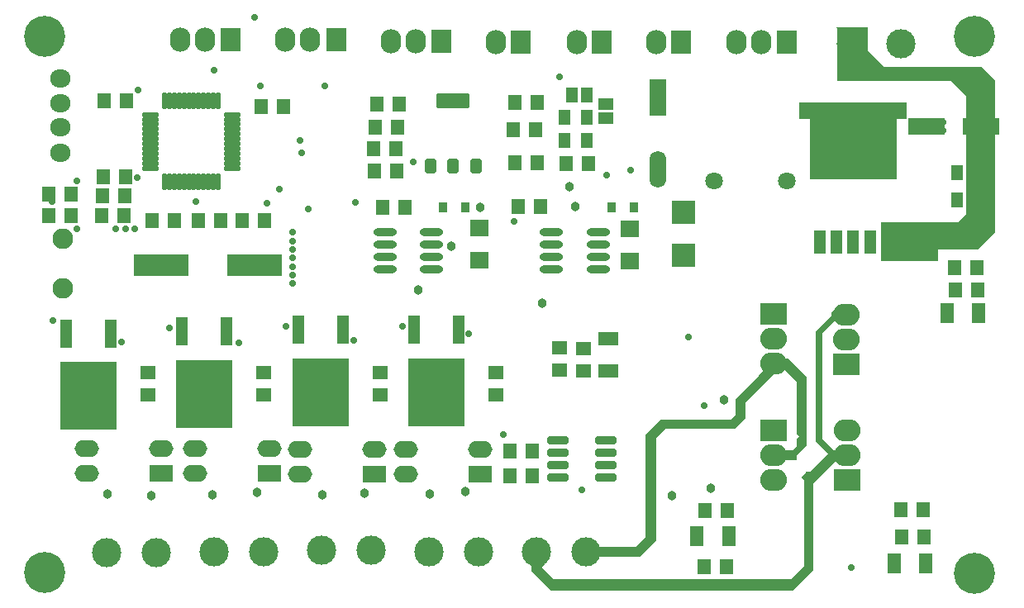
<source format=gts>
G04*
G04 #@! TF.GenerationSoftware,Altium Limited,Altium Designer,18.1.6 (161)*
G04*
G04 Layer_Color=8388736*
%FSTAX24Y24*%
%MOIN*%
G70*
G01*
G75*
%ADD13C,0.0100*%
G04:AMPARAMS|DCode=44|XSize=19mil|YSize=69.4mil|CornerRadius=6.8mil|HoleSize=0mil|Usage=FLASHONLY|Rotation=90.000|XOffset=0mil|YOffset=0mil|HoleType=Round|Shape=RoundedRectangle|*
%AMROUNDEDRECTD44*
21,1,0.0190,0.0559,0,0,90.0*
21,1,0.0055,0.0694,0,0,90.0*
1,1,0.0135,0.0280,0.0028*
1,1,0.0135,0.0280,-0.0028*
1,1,0.0135,-0.0280,-0.0028*
1,1,0.0135,-0.0280,0.0028*
%
%ADD44ROUNDEDRECTD44*%
G04:AMPARAMS|DCode=45|XSize=19mil|YSize=69.4mil|CornerRadius=6.8mil|HoleSize=0mil|Usage=FLASHONLY|Rotation=180.000|XOffset=0mil|YOffset=0mil|HoleType=Round|Shape=RoundedRectangle|*
%AMROUNDEDRECTD45*
21,1,0.0190,0.0559,0,0,180.0*
21,1,0.0055,0.0694,0,0,180.0*
1,1,0.0135,-0.0028,0.0280*
1,1,0.0135,0.0028,0.0280*
1,1,0.0135,0.0028,-0.0280*
1,1,0.0135,-0.0028,-0.0280*
%
%ADD45ROUNDEDRECTD45*%
%ADD46R,0.0926X0.0946*%
%ADD47R,0.0671X0.1480*%
%ADD48O,0.0671X0.1480*%
%ADD49R,0.1458X0.0710*%
%ADD50R,0.0580X0.0630*%
%ADD51R,0.0572X0.0808*%
%ADD52R,0.0513X0.0631*%
%ADD53R,0.0730X0.0680*%
%ADD54R,0.2245X0.0867*%
%ADD55R,0.0808X0.0572*%
%ADD56R,0.0630X0.0580*%
%ADD57R,0.0326X0.0407*%
%ADD58O,0.0946X0.0316*%
%ADD59R,0.0474X0.0630*%
G04:AMPARAMS|DCode=60|XSize=85.6mil|YSize=31.6mil|CornerRadius=7mil|HoleSize=0mil|Usage=FLASHONLY|Rotation=180.000|XOffset=0mil|YOffset=0mil|HoleType=Round|Shape=RoundedRectangle|*
%AMROUNDEDRECTD60*
21,1,0.0856,0.0177,0,0,180.0*
21,1,0.0717,0.0316,0,0,180.0*
1,1,0.0139,-0.0358,0.0089*
1,1,0.0139,0.0358,0.0089*
1,1,0.0139,0.0358,-0.0089*
1,1,0.0139,-0.0358,-0.0089*
%
%ADD60ROUNDEDRECTD60*%
%ADD61R,0.0462X0.1159*%
%ADD62R,0.2312X0.2745*%
G04:AMPARAMS|DCode=63|XSize=44.6mil|YSize=59.6mil|CornerRadius=6.7mil|HoleSize=0mil|Usage=FLASHONLY|Rotation=0.000|XOffset=0mil|YOffset=0mil|HoleType=Round|Shape=RoundedRectangle|*
%AMROUNDEDRECTD63*
21,1,0.0446,0.0461,0,0,0.0*
21,1,0.0311,0.0596,0,0,0.0*
1,1,0.0135,0.0156,-0.0230*
1,1,0.0135,-0.0156,-0.0230*
1,1,0.0135,-0.0156,0.0230*
1,1,0.0135,0.0156,0.0230*
%
%ADD63ROUNDEDRECTD63*%
G04:AMPARAMS|DCode=64|XSize=135.6mil|YSize=59.6mil|CornerRadius=7.9mil|HoleSize=0mil|Usage=FLASHONLY|Rotation=0.000|XOffset=0mil|YOffset=0mil|HoleType=Round|Shape=RoundedRectangle|*
%AMROUNDEDRECTD64*
21,1,0.1356,0.0438,0,0,0.0*
21,1,0.1198,0.0596,0,0,0.0*
1,1,0.0157,0.0599,-0.0219*
1,1,0.0157,-0.0599,-0.0219*
1,1,0.0157,-0.0599,0.0219*
1,1,0.0157,0.0599,0.0219*
%
%ADD64ROUNDEDRECTD64*%
%ADD65R,0.0501X0.0930*%
%ADD66R,0.0631X0.0513*%
%ADD67C,0.0710*%
%ADD68C,0.1180*%
%ADD69C,0.0830*%
%ADD70R,0.1080X0.0880*%
%ADD71O,0.1080X0.0880*%
%ADD72O,0.0830X0.0730*%
%ADD73O,0.0830X0.0980*%
%ADD74R,0.0830X0.0980*%
%ADD75R,0.0980X0.0680*%
%ADD76O,0.0980X0.0680*%
%ADD77C,0.0380*%
%ADD78C,0.0280*%
%ADD79C,0.1655*%
G36*
X045669Y029311D02*
X045256D01*
Y02687D01*
X041752D01*
Y029311D01*
X041339D01*
Y029968D01*
X045669D01*
Y029311D01*
D02*
G37*
G36*
X044085Y03208D02*
X044748Y031417D01*
X048681D01*
X049213Y030886D01*
Y024724D01*
X048528Y02404D01*
X046929Y02404D01*
X046934Y024035D01*
Y023568D01*
X044621D01*
Y025133D01*
X047722D01*
X048071Y025482D01*
X048071Y030246D01*
X047461Y030856D01*
X043939Y030856D01*
X042846D01*
Y032961D01*
X042815Y032992D01*
X042887Y033012D01*
X044085D01*
Y03208D01*
D02*
G37*
G36*
X041614Y018906D02*
Y016132D01*
X041235Y015753D01*
X041235Y015551D01*
X040439Y015551D01*
X040187Y015551D01*
X040118Y01562D01*
X040098Y015669D01*
Y015837D01*
X040207Y015945D01*
X041088D01*
X041235Y016093D01*
Y016393D01*
X041339Y016496D01*
X041235Y016599D01*
Y018194D01*
X041235Y018696D01*
X04065Y019281D01*
X040531D01*
X040305Y019055D01*
Y019006D01*
X039154Y017854D01*
Y017215D01*
X03873Y016791D01*
X03872Y016801D01*
X035906D01*
Y016799D01*
X035551Y016444D01*
Y012638D01*
X03554Y012627D01*
Y012302D01*
X034892Y011654D01*
X033258D01*
X033189Y011585D01*
X032589D01*
X032382Y011791D01*
Y011988D01*
X032589D01*
X032697Y012096D01*
X032746Y012047D01*
X034734D01*
X035118Y012431D01*
Y01656D01*
X035743Y017185D01*
X038563D01*
X03876Y017382D01*
Y018022D01*
X039675Y018937D01*
Y018976D01*
X040044Y019345D01*
Y019414D01*
X03997Y019488D01*
X040118Y019636D01*
X040246D01*
X040285Y019646D01*
X040874D01*
X041614Y018906D01*
D02*
G37*
G36*
X043376Y021585D02*
X043425D01*
Y02127D01*
X043435Y02126D01*
X043327Y021152D01*
X042736D01*
Y021132D01*
X042352Y020748D01*
X042323D01*
Y020738D01*
X042254Y020669D01*
X042254Y016398D01*
X042697Y015955D01*
X043248D01*
X043346Y016053D01*
X043376Y016024D01*
X043573D01*
X043642Y015955D01*
X043612Y015925D01*
Y015413D01*
X042923D01*
X042815Y015522D01*
X0419Y014606D01*
Y011191D01*
X0419Y011122D01*
X041063Y010285D01*
X031314D01*
X030516Y011083D01*
Y011974D01*
X030502Y011988D01*
Y012195D01*
X030748D01*
X030778Y012224D01*
X030955Y012047D01*
X031043D01*
Y011339D01*
X030925Y01122D01*
X031218Y010927D01*
X031129Y011014D01*
X031391Y010751D01*
X031395D01*
X031496Y01065D01*
X031506D01*
X031401Y010751D01*
X031395D01*
X031218Y010927D01*
X031401Y010751D01*
X039892D01*
X040982Y010751D01*
X041514Y011283D01*
X041514Y014734D01*
X041407Y014841D01*
X041595Y015028D01*
Y015069D01*
X041772Y015069D01*
X0425Y015797D01*
X041995Y016302D01*
Y018213D01*
X041995Y020726D01*
X042608Y021339D01*
X042608Y021486D01*
X042795Y021673D01*
X043287D01*
X043376Y021585D01*
D02*
G37*
D13*
X043425Y03188D02*
Y032343D01*
D44*
X015161Y027321D02*
D03*
Y027518D02*
D03*
Y027715D02*
D03*
Y027911D02*
D03*
Y028108D02*
D03*
Y028305D02*
D03*
Y028502D02*
D03*
Y028699D02*
D03*
Y028896D02*
D03*
Y029093D02*
D03*
Y029289D02*
D03*
Y029486D02*
D03*
X018452D02*
D03*
Y029289D02*
D03*
Y029093D02*
D03*
Y028896D02*
D03*
Y028699D02*
D03*
Y028502D02*
D03*
Y028305D02*
D03*
Y028108D02*
D03*
Y027911D02*
D03*
Y027715D02*
D03*
Y027518D02*
D03*
Y027321D02*
D03*
D45*
X015724Y030049D02*
D03*
X01592D02*
D03*
X016117D02*
D03*
X016314D02*
D03*
X016511D02*
D03*
X016708D02*
D03*
X016905D02*
D03*
X017102D02*
D03*
X017298D02*
D03*
X017495D02*
D03*
X017692D02*
D03*
X017889D02*
D03*
Y026758D02*
D03*
X017692D02*
D03*
X017495D02*
D03*
X017298D02*
D03*
X017102D02*
D03*
X016905D02*
D03*
X016708D02*
D03*
X016511D02*
D03*
X016314D02*
D03*
X016117D02*
D03*
X01592D02*
D03*
X015724D02*
D03*
D46*
X036663Y023799D02*
D03*
Y025531D02*
D03*
D47*
X03561Y03018D02*
D03*
D48*
Y02728D02*
D03*
D49*
X046467Y028996D02*
D03*
X048671D02*
D03*
D50*
X038396Y01125D02*
D03*
X037496D02*
D03*
X030548Y015893D02*
D03*
X029648D02*
D03*
X019761Y025207D02*
D03*
X018861D02*
D03*
X015233D02*
D03*
X016133D02*
D03*
X046341Y012452D02*
D03*
X045441D02*
D03*
X02452Y025748D02*
D03*
X02542D02*
D03*
X011069Y02626D02*
D03*
X011968D02*
D03*
X011046Y025413D02*
D03*
X011946D02*
D03*
X0171Y025197D02*
D03*
X018D02*
D03*
X029793Y028878D02*
D03*
X030693D02*
D03*
X029851Y029957D02*
D03*
X030751D02*
D03*
X02513Y028965D02*
D03*
X02423D02*
D03*
X030741Y027543D02*
D03*
X029841D02*
D03*
X032832Y02751D02*
D03*
X031932D02*
D03*
X01328Y03003D02*
D03*
X01418D02*
D03*
X013218Y026206D02*
D03*
X014118D02*
D03*
X047601Y023318D02*
D03*
X048501D02*
D03*
X047621Y022422D02*
D03*
X048521D02*
D03*
X025174Y029908D02*
D03*
X024274D02*
D03*
X020529Y029821D02*
D03*
X019629D02*
D03*
X013251Y026988D02*
D03*
X014151D02*
D03*
X030568Y014921D02*
D03*
X029668D02*
D03*
X03843Y013516D02*
D03*
X03753D02*
D03*
X014099Y025404D02*
D03*
X013199D02*
D03*
X030003Y025768D02*
D03*
X030903D02*
D03*
X025083Y027195D02*
D03*
X024183D02*
D03*
X025066Y0281D02*
D03*
X024166D02*
D03*
X046336Y013543D02*
D03*
X045436D02*
D03*
D51*
X037205Y012461D02*
D03*
X038484D02*
D03*
X04515Y011388D02*
D03*
X04643D02*
D03*
X047291Y021457D02*
D03*
X04857D02*
D03*
D52*
X032156Y030265D02*
D03*
X032746D02*
D03*
X047697Y026024D02*
D03*
X048287D02*
D03*
Y027136D02*
D03*
X047697D02*
D03*
D53*
X028425Y023592D02*
D03*
Y024892D02*
D03*
X034488Y023573D02*
D03*
Y024873D02*
D03*
D54*
X019341Y023415D02*
D03*
X0156D02*
D03*
D55*
X033622Y019144D02*
D03*
Y020423D02*
D03*
D56*
X032608Y020049D02*
D03*
Y019149D02*
D03*
X029081Y019057D02*
D03*
Y018157D02*
D03*
X024406Y019057D02*
D03*
Y018157D02*
D03*
X019731Y019057D02*
D03*
Y018157D02*
D03*
X015056Y019057D02*
D03*
Y018157D02*
D03*
X031644Y019164D02*
D03*
Y020064D02*
D03*
D57*
X033772Y025748D02*
D03*
X034648D02*
D03*
X02784Y025727D02*
D03*
X026964D02*
D03*
D58*
X033228Y023226D02*
D03*
Y023726D02*
D03*
Y024226D02*
D03*
Y024726D02*
D03*
X031339Y023226D02*
D03*
Y023726D02*
D03*
Y024226D02*
D03*
Y024726D02*
D03*
X024606D02*
D03*
Y024226D02*
D03*
Y023726D02*
D03*
Y023226D02*
D03*
X026496Y024726D02*
D03*
Y024226D02*
D03*
Y023726D02*
D03*
Y023226D02*
D03*
D59*
X031872Y028452D02*
D03*
X032772D02*
D03*
X031872Y029374D02*
D03*
X032772D02*
D03*
D60*
X03353Y014841D02*
D03*
Y015341D02*
D03*
Y015841D02*
D03*
Y016341D02*
D03*
X031581D02*
D03*
Y015841D02*
D03*
Y015341D02*
D03*
Y014841D02*
D03*
D61*
X0258Y020799D02*
D03*
X027603D02*
D03*
X021116D02*
D03*
X022919D02*
D03*
X016432Y020733D02*
D03*
X018235D02*
D03*
X011748Y020655D02*
D03*
X013551D02*
D03*
D62*
X026702Y018268D02*
D03*
X022018D02*
D03*
X017334Y018202D02*
D03*
X01265Y018123D02*
D03*
D63*
X02647Y027394D02*
D03*
X027372D02*
D03*
X028274D02*
D03*
D64*
X027372Y030028D02*
D03*
D65*
X042165Y02435D02*
D03*
X042835D02*
D03*
X043504D02*
D03*
X044173D02*
D03*
X044843D02*
D03*
D66*
X033514Y029915D02*
D03*
Y029324D02*
D03*
D67*
X037874Y026791D02*
D03*
X040827D02*
D03*
D68*
X032725Y01185D02*
D03*
X030725D02*
D03*
X028375Y011851D02*
D03*
X026375D02*
D03*
X043425Y032343D02*
D03*
X045425D02*
D03*
X024045Y01189D02*
D03*
X022045D02*
D03*
X019715Y011851D02*
D03*
X017715D02*
D03*
X015385Y011811D02*
D03*
X013385D02*
D03*
D69*
X011631Y022488D02*
D03*
Y024488D02*
D03*
D70*
X043248Y014748D02*
D03*
X040295Y016748D02*
D03*
X043209Y019409D02*
D03*
X040295Y021437D02*
D03*
D71*
X043248Y015748D02*
D03*
Y016748D02*
D03*
X040295Y015748D02*
D03*
Y014748D02*
D03*
X043209Y020409D02*
D03*
Y021409D02*
D03*
X040295Y020437D02*
D03*
Y019437D02*
D03*
D72*
X011535Y030956D02*
D03*
Y029946D02*
D03*
Y028966D02*
D03*
Y027956D02*
D03*
D73*
X038776Y0324D02*
D03*
X039776D02*
D03*
X03554D02*
D03*
X03235D02*
D03*
X0291Y032414D02*
D03*
X02585Y03245D02*
D03*
X02485D02*
D03*
X0206Y0325D02*
D03*
X0216D02*
D03*
X016352D02*
D03*
X017352D02*
D03*
D74*
X040826Y0324D02*
D03*
X03654D02*
D03*
X03335D02*
D03*
X0301Y032414D02*
D03*
X0269Y03245D02*
D03*
X02265Y0325D02*
D03*
X018402D02*
D03*
D75*
X028455Y014968D02*
D03*
X024205D02*
D03*
X019955Y015018D02*
D03*
X015605D02*
D03*
D76*
X028455Y015968D02*
D03*
X025455D02*
D03*
Y014968D02*
D03*
X024205Y015968D02*
D03*
X021205D02*
D03*
Y014968D02*
D03*
X019955Y016018D02*
D03*
X016955D02*
D03*
Y015018D02*
D03*
X015605Y016018D02*
D03*
X012605D02*
D03*
Y015018D02*
D03*
D77*
X030955Y02188D02*
D03*
X046594Y024055D02*
D03*
X046506Y024833D02*
D03*
X045187Y023986D02*
D03*
X045178Y024764D02*
D03*
X045906Y023986D02*
D03*
X045887Y024764D02*
D03*
X028466Y025727D02*
D03*
X032285Y025768D02*
D03*
X027857Y014282D02*
D03*
X023789Y014222D02*
D03*
X019468Y014242D02*
D03*
X015175Y014094D02*
D03*
X03775Y014394D02*
D03*
X038297Y017982D02*
D03*
X032067Y026565D02*
D03*
X036181Y014094D02*
D03*
X026417Y014173D02*
D03*
X022087Y014124D02*
D03*
X017657Y014134D02*
D03*
X013425Y014163D02*
D03*
X025945Y022402D02*
D03*
X027274Y024183D02*
D03*
D78*
X03687Y020492D02*
D03*
X025758Y027589D02*
D03*
X046122Y028839D02*
D03*
X046112Y029163D02*
D03*
X020896Y022667D02*
D03*
Y02301D02*
D03*
Y023354D02*
D03*
Y023697D02*
D03*
Y02404D02*
D03*
Y024383D02*
D03*
X01376Y02486D02*
D03*
X014144D02*
D03*
X014528D02*
D03*
X046457Y028839D02*
D03*
Y029173D02*
D03*
X046782Y028839D02*
D03*
Y029173D02*
D03*
X047106Y028839D02*
D03*
Y029173D02*
D03*
X047697Y027215D02*
D03*
Y026988D02*
D03*
X020896Y024726D02*
D03*
X029833Y025187D02*
D03*
X029375Y016575D02*
D03*
X023415Y025925D02*
D03*
X021535Y025689D02*
D03*
X013202Y026939D02*
D03*
X012185Y024882D02*
D03*
X022205Y03064D02*
D03*
X02034Y026467D02*
D03*
X02126Y027943D02*
D03*
X021181Y028455D02*
D03*
X012185Y026815D02*
D03*
X03749Y017736D02*
D03*
X031654Y031004D02*
D03*
X032559Y01435D02*
D03*
X043435Y011211D02*
D03*
X025315Y020945D02*
D03*
X02062D02*
D03*
X015925Y020876D02*
D03*
X01123Y021181D02*
D03*
X028002Y02063D02*
D03*
X01984Y025908D02*
D03*
X014665Y030472D02*
D03*
X019587Y03064D02*
D03*
X014636Y026949D02*
D03*
X034537Y027224D02*
D03*
X03356Y027037D02*
D03*
X023355Y020364D02*
D03*
X018729Y020285D02*
D03*
X013994Y020295D02*
D03*
X017717Y03127D02*
D03*
X019341Y033396D02*
D03*
X011201Y025984D02*
D03*
X016987D02*
D03*
D79*
X0484Y03265D02*
D03*
X048386Y010985D02*
D03*
X0109Y011D02*
D03*
Y03265D02*
D03*
M02*

</source>
